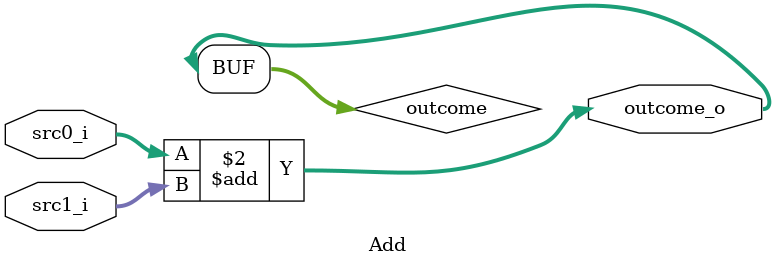
<source format=v>
module Add(
  input  [31:0] src0_i,
  input  [31:0] src1_i,
  output [31:0] outcome_o
  );
  reg [31:0] outcome;
  always@(*)
  begin
    outcome = src0_i + src1_i;
  end
  assign outcome_o = outcome;
endmodule

</source>
